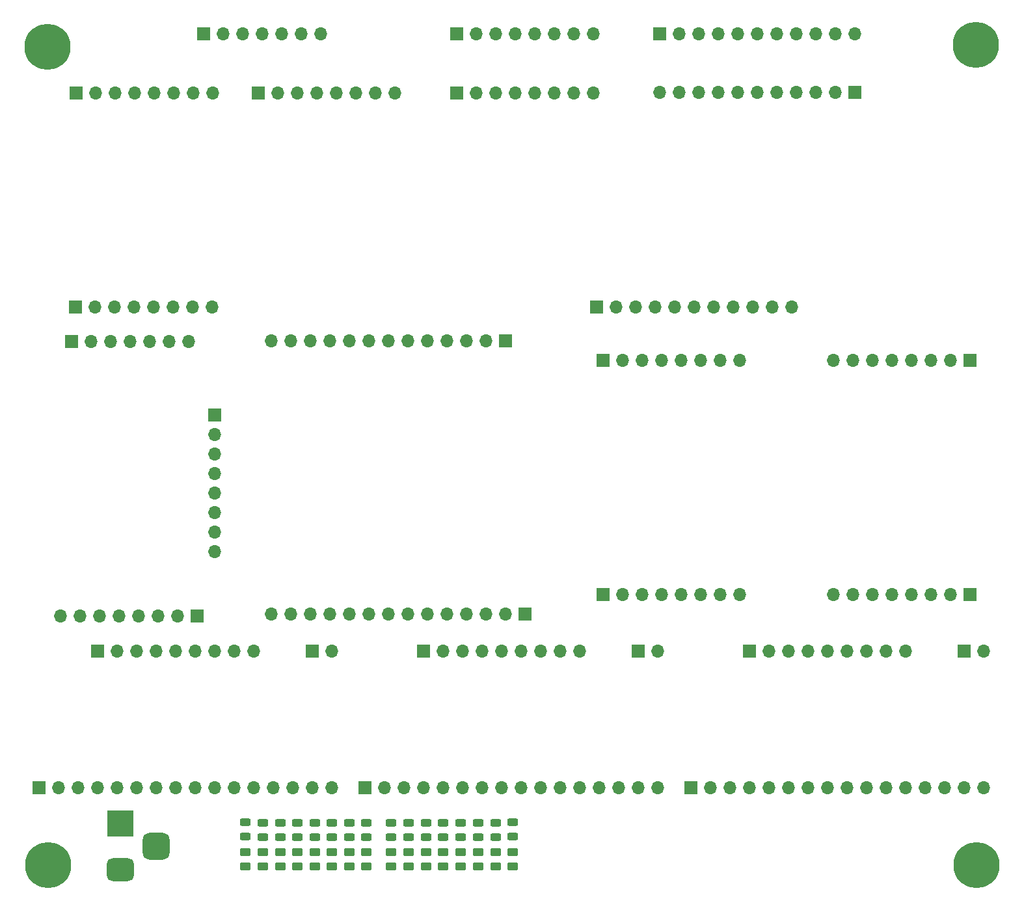
<source format=gbr>
%TF.GenerationSoftware,KiCad,Pcbnew,(6.0.0-0)*%
%TF.CreationDate,2022-01-17T16:58:41-05:00*%
%TF.ProjectId,ALU-Backplane,414c552d-4261-4636-9b70-6c616e652e6b,rev?*%
%TF.SameCoordinates,Original*%
%TF.FileFunction,Soldermask,Top*%
%TF.FilePolarity,Negative*%
%FSLAX46Y46*%
G04 Gerber Fmt 4.6, Leading zero omitted, Abs format (unit mm)*
G04 Created by KiCad (PCBNEW (6.0.0-0)) date 2022-01-17 16:58:41*
%MOMM*%
%LPD*%
G01*
G04 APERTURE LIST*
G04 Aperture macros list*
%AMRoundRect*
0 Rectangle with rounded corners*
0 $1 Rounding radius*
0 $2 $3 $4 $5 $6 $7 $8 $9 X,Y pos of 4 corners*
0 Add a 4 corners polygon primitive as box body*
4,1,4,$2,$3,$4,$5,$6,$7,$8,$9,$2,$3,0*
0 Add four circle primitives for the rounded corners*
1,1,$1+$1,$2,$3*
1,1,$1+$1,$4,$5*
1,1,$1+$1,$6,$7*
1,1,$1+$1,$8,$9*
0 Add four rect primitives between the rounded corners*
20,1,$1+$1,$2,$3,$4,$5,0*
20,1,$1+$1,$4,$5,$6,$7,0*
20,1,$1+$1,$6,$7,$8,$9,0*
20,1,$1+$1,$8,$9,$2,$3,0*%
G04 Aperture macros list end*
%ADD10RoundRect,0.250000X-0.450000X0.262500X-0.450000X-0.262500X0.450000X-0.262500X0.450000X0.262500X0*%
%ADD11RoundRect,0.243750X0.456250X-0.243750X0.456250X0.243750X-0.456250X0.243750X-0.456250X-0.243750X0*%
%ADD12R,3.500000X3.500000*%
%ADD13RoundRect,0.750000X1.000000X-0.750000X1.000000X0.750000X-1.000000X0.750000X-1.000000X-0.750000X0*%
%ADD14RoundRect,0.875000X0.875000X-0.875000X0.875000X0.875000X-0.875000X0.875000X-0.875000X-0.875000X0*%
%ADD15O,1.700000X1.700000*%
%ADD16R,1.700000X1.700000*%
%ADD17C,0.800000*%
%ADD18C,6.000000*%
G04 APERTURE END LIST*
D10*
%TO.C,R16*%
X131925000Y-140962500D03*
X131925000Y-142787500D03*
%TD*%
%TO.C,R15*%
X134200000Y-140962500D03*
X134200000Y-142787500D03*
%TD*%
%TO.C,R14*%
X136450000Y-140962500D03*
X136450000Y-142787500D03*
%TD*%
%TO.C,R13*%
X138725000Y-140962500D03*
X138725000Y-142787500D03*
%TD*%
%TO.C,R12*%
X140975000Y-140962500D03*
X140975000Y-142787500D03*
%TD*%
%TO.C,R11*%
X143250000Y-140962500D03*
X143250000Y-142787500D03*
%TD*%
%TO.C,R10*%
X145500000Y-140962500D03*
X145500000Y-142787500D03*
%TD*%
%TO.C,R9*%
X147775000Y-140962500D03*
X147775000Y-142787500D03*
%TD*%
%TO.C,R8*%
X112975000Y-140937500D03*
X112975000Y-142762500D03*
%TD*%
%TO.C,R7*%
X115225000Y-140937500D03*
X115225000Y-142762500D03*
%TD*%
%TO.C,R6*%
X117475000Y-140950000D03*
X117475000Y-142775000D03*
%TD*%
%TO.C,R5*%
X119725000Y-140962500D03*
X119725000Y-142787500D03*
%TD*%
%TO.C,R4*%
X121975000Y-140962500D03*
X121975000Y-142787500D03*
%TD*%
%TO.C,R3*%
X124225000Y-140962500D03*
X124225000Y-142787500D03*
%TD*%
%TO.C,R2*%
X126475000Y-140962500D03*
X126475000Y-142787500D03*
%TD*%
D11*
%TO.C,D16*%
X131925000Y-138962500D03*
X131925000Y-137087500D03*
%TD*%
%TO.C,D15*%
X134189285Y-138962500D03*
X134189285Y-137087500D03*
%TD*%
%TO.C,D14*%
X136453570Y-137087500D03*
X136453570Y-138962500D03*
%TD*%
%TO.C,D13*%
X138717855Y-138962500D03*
X138717855Y-137087500D03*
%TD*%
%TO.C,D12*%
X140982140Y-138962500D03*
X140982140Y-137087500D03*
%TD*%
%TO.C,D11*%
X143246425Y-138962500D03*
X143246425Y-137087500D03*
%TD*%
%TO.C,D10*%
X145510710Y-138962500D03*
X145510710Y-137087500D03*
%TD*%
%TO.C,D9*%
X147775000Y-138937500D03*
X147775000Y-137062500D03*
%TD*%
%TO.C,D8*%
X112975000Y-138937500D03*
X112975000Y-137062500D03*
%TD*%
%TO.C,D7*%
X115225000Y-138962500D03*
X115225000Y-137087500D03*
%TD*%
%TO.C,D6*%
X117475000Y-138962500D03*
X117475000Y-137087500D03*
%TD*%
%TO.C,D5*%
X119725000Y-138962500D03*
X119725000Y-137087500D03*
%TD*%
%TO.C,D4*%
X121975000Y-138962500D03*
X121975000Y-137087500D03*
%TD*%
%TO.C,D3*%
X124225000Y-138962500D03*
X124225000Y-137087500D03*
%TD*%
%TO.C,D2*%
X126475000Y-138962500D03*
X126475000Y-137087500D03*
%TD*%
D10*
%TO.C,R1*%
X128725000Y-140962500D03*
X128725000Y-142787500D03*
%TD*%
D11*
%TO.C,D1*%
X128725000Y-138962500D03*
X128725000Y-137087500D03*
%TD*%
D12*
%TO.C,J28*%
X96650000Y-137200000D03*
D13*
X96650000Y-143200000D03*
D14*
X101350000Y-140200000D03*
%TD*%
D15*
%TO.C,J18*%
X122770000Y-34400000D03*
X120230000Y-34400000D03*
X117690000Y-34400000D03*
X115150000Y-34400000D03*
X112610000Y-34400000D03*
X110070000Y-34400000D03*
D16*
X107530000Y-34400000D03*
%TD*%
%TO.C,J21*%
X158654000Y-69984000D03*
D15*
X161194000Y-69984000D03*
X163734000Y-69984000D03*
X166274000Y-69984000D03*
X168814000Y-69984000D03*
X171354000Y-69984000D03*
X173894000Y-69984000D03*
X176434000Y-69984000D03*
X178974000Y-69984000D03*
X181514000Y-69984000D03*
X184054000Y-69984000D03*
%TD*%
D16*
%TO.C,J27*%
X140420000Y-34400000D03*
D15*
X142960000Y-34400000D03*
X145500000Y-34400000D03*
X148040000Y-34400000D03*
X150580000Y-34400000D03*
X153120000Y-34400000D03*
X155660000Y-34400000D03*
X158200000Y-34400000D03*
%TD*%
D16*
%TO.C,J26*%
X166850000Y-34450000D03*
D15*
X169390000Y-34450000D03*
X171930000Y-34450000D03*
X174470000Y-34450000D03*
X177010000Y-34450000D03*
X179550000Y-34450000D03*
X182090000Y-34450000D03*
X184630000Y-34450000D03*
X187170000Y-34450000D03*
X189710000Y-34450000D03*
X192250000Y-34450000D03*
%TD*%
D16*
%TO.C,J24*%
X90920000Y-42150000D03*
D15*
X93460000Y-42150000D03*
X96000000Y-42150000D03*
X98540000Y-42150000D03*
X101080000Y-42150000D03*
X103620000Y-42150000D03*
X106160000Y-42150000D03*
X108700000Y-42150000D03*
%TD*%
D16*
%TO.C,J25*%
X114670000Y-42150000D03*
D15*
X117210000Y-42150000D03*
X119750000Y-42150000D03*
X122290000Y-42150000D03*
X124830000Y-42150000D03*
X127370000Y-42150000D03*
X129910000Y-42150000D03*
X132450000Y-42150000D03*
%TD*%
%TO.C,J23*%
X108590000Y-70000000D03*
X106050000Y-70000000D03*
X103510000Y-70000000D03*
X100970000Y-70000000D03*
X98430000Y-70000000D03*
X95890000Y-70000000D03*
X93350000Y-70000000D03*
D16*
X90810000Y-70000000D03*
%TD*%
%TO.C,J22*%
X140425000Y-42114000D03*
D15*
X142965000Y-42114000D03*
X145505000Y-42114000D03*
X148045000Y-42114000D03*
X150585000Y-42114000D03*
X153125000Y-42114000D03*
X155665000Y-42114000D03*
X158205000Y-42114000D03*
%TD*%
D16*
%TO.C,J20*%
X192260000Y-42059000D03*
D15*
X189720000Y-42059000D03*
X187180000Y-42059000D03*
X184640000Y-42059000D03*
X182100000Y-42059000D03*
X179560000Y-42059000D03*
X177020000Y-42059000D03*
X174480000Y-42059000D03*
X171940000Y-42059000D03*
X169400000Y-42059000D03*
X166860000Y-42059000D03*
%TD*%
D16*
%TO.C,J3*%
X146812000Y-74422000D03*
D15*
X144272000Y-74422000D03*
X141732000Y-74422000D03*
X139192000Y-74422000D03*
X136652000Y-74422000D03*
X134112000Y-74422000D03*
X131572000Y-74422000D03*
X129032000Y-74422000D03*
X126492000Y-74422000D03*
X123952000Y-74422000D03*
X121412000Y-74422000D03*
X118872000Y-74422000D03*
X116332000Y-74422000D03*
%TD*%
D16*
%TO.C,J4*%
X149352000Y-109982000D03*
D15*
X146812000Y-109982000D03*
X144272000Y-109982000D03*
X141732000Y-109982000D03*
X139192000Y-109982000D03*
X136652000Y-109982000D03*
X134112000Y-109982000D03*
X131572000Y-109982000D03*
X129032000Y-109982000D03*
X126492000Y-109982000D03*
X123952000Y-109982000D03*
X121412000Y-109982000D03*
X118872000Y-109982000D03*
X116332000Y-109982000D03*
%TD*%
D16*
%TO.C,J5*%
X159512000Y-76962000D03*
D15*
X162052000Y-76962000D03*
X164592000Y-76962000D03*
X167132000Y-76962000D03*
X169672000Y-76962000D03*
X172212000Y-76962000D03*
X174752000Y-76962000D03*
X177292000Y-76962000D03*
%TD*%
D16*
%TO.C,J6*%
X207264000Y-76962000D03*
D15*
X204724000Y-76962000D03*
X202184000Y-76962000D03*
X199644000Y-76962000D03*
X197104000Y-76962000D03*
X194564000Y-76962000D03*
X192024000Y-76962000D03*
X189484000Y-76962000D03*
%TD*%
D16*
%TO.C,J7*%
X207264000Y-107442000D03*
D15*
X204724000Y-107442000D03*
X202184000Y-107442000D03*
X199644000Y-107442000D03*
X197104000Y-107442000D03*
X194564000Y-107442000D03*
X192024000Y-107442000D03*
X189484000Y-107442000D03*
%TD*%
D16*
%TO.C,J8*%
X159512000Y-107442000D03*
D15*
X162052000Y-107442000D03*
X164592000Y-107442000D03*
X167132000Y-107442000D03*
X169672000Y-107442000D03*
X172212000Y-107442000D03*
X174752000Y-107442000D03*
X177292000Y-107442000D03*
%TD*%
D16*
%TO.C,J9*%
X86106000Y-132588000D03*
D15*
X88646000Y-132588000D03*
X91186000Y-132588000D03*
X93726000Y-132588000D03*
X96266000Y-132588000D03*
X98806000Y-132588000D03*
X101346000Y-132588000D03*
X103886000Y-132588000D03*
X106426000Y-132588000D03*
X108966000Y-132588000D03*
X111506000Y-132588000D03*
X114046000Y-132588000D03*
X116586000Y-132588000D03*
X119126000Y-132588000D03*
X121666000Y-132588000D03*
X124206000Y-132588000D03*
%TD*%
D16*
%TO.C,J10*%
X93726000Y-114808000D03*
D15*
X96266000Y-114808000D03*
X98806000Y-114808000D03*
X101346000Y-114808000D03*
X103886000Y-114808000D03*
X106426000Y-114808000D03*
X108966000Y-114808000D03*
X111506000Y-114808000D03*
X114046000Y-114808000D03*
%TD*%
D16*
%TO.C,J11*%
X121666000Y-114808000D03*
D15*
X124206000Y-114808000D03*
%TD*%
D16*
%TO.C,J12*%
X128524000Y-132588000D03*
D15*
X131064000Y-132588000D03*
X133604000Y-132588000D03*
X136144000Y-132588000D03*
X138684000Y-132588000D03*
X141224000Y-132588000D03*
X143764000Y-132588000D03*
X146304000Y-132588000D03*
X148844000Y-132588000D03*
X151384000Y-132588000D03*
X153924000Y-132588000D03*
X156464000Y-132588000D03*
X159004000Y-132588000D03*
X161544000Y-132588000D03*
X164084000Y-132588000D03*
X166624000Y-132588000D03*
%TD*%
D16*
%TO.C,J13*%
X136144000Y-114808000D03*
D15*
X138684000Y-114808000D03*
X141224000Y-114808000D03*
X143764000Y-114808000D03*
X146304000Y-114808000D03*
X148844000Y-114808000D03*
X151384000Y-114808000D03*
X153924000Y-114808000D03*
X156464000Y-114808000D03*
%TD*%
D16*
%TO.C,J14*%
X164084000Y-114808000D03*
D15*
X166624000Y-114808000D03*
%TD*%
D16*
%TO.C,J15*%
X170942000Y-132588000D03*
D15*
X173482000Y-132588000D03*
X176022000Y-132588000D03*
X178562000Y-132588000D03*
X181102000Y-132588000D03*
X183642000Y-132588000D03*
X186182000Y-132588000D03*
X188722000Y-132588000D03*
X191262000Y-132588000D03*
X193802000Y-132588000D03*
X196342000Y-132588000D03*
X198882000Y-132588000D03*
X201422000Y-132588000D03*
X203962000Y-132588000D03*
X206502000Y-132588000D03*
X209042000Y-132588000D03*
%TD*%
D16*
%TO.C,J16*%
X178562000Y-114808000D03*
D15*
X181102000Y-114808000D03*
X183642000Y-114808000D03*
X186182000Y-114808000D03*
X188722000Y-114808000D03*
X191262000Y-114808000D03*
X193802000Y-114808000D03*
X196342000Y-114808000D03*
X198882000Y-114808000D03*
%TD*%
D16*
%TO.C,J17*%
X206502000Y-114808000D03*
D15*
X209042000Y-114808000D03*
%TD*%
D17*
%TO.C,REF\u002A\u002A*%
X87200000Y-38400000D03*
D18*
X87200000Y-36150000D03*
D17*
X84950000Y-36150000D03*
X87200000Y-33900000D03*
X88790990Y-34559010D03*
X85609010Y-34559010D03*
X85609010Y-37740990D03*
X88790990Y-37740990D03*
X89450000Y-36150000D03*
%TD*%
%TO.C,REF\u002A\u002A*%
X88840990Y-144240990D03*
X87250000Y-140400000D03*
X87250000Y-144900000D03*
X89500000Y-142650000D03*
X85659010Y-144240990D03*
X88840990Y-141059010D03*
D18*
X87250000Y-142650000D03*
D17*
X85000000Y-142650000D03*
X85659010Y-141059010D03*
%TD*%
%TO.C,REF\u002A\u002A*%
X205900000Y-142650000D03*
X209740990Y-144240990D03*
D18*
X208150000Y-142650000D03*
D17*
X206559010Y-144240990D03*
X206559010Y-141059010D03*
X209740990Y-141059010D03*
X208150000Y-140400000D03*
X208150000Y-144900000D03*
X210400000Y-142650000D03*
%TD*%
%TO.C,REF\u002A\u002A*%
X206409010Y-37440990D03*
X210250000Y-35850000D03*
X206409010Y-34259010D03*
X205750000Y-35850000D03*
X209590990Y-34259010D03*
X208000000Y-33600000D03*
X209590990Y-37440990D03*
D18*
X208000000Y-35850000D03*
D17*
X208000000Y-38100000D03*
%TD*%
D16*
%TO.C,J2*%
X106700000Y-110200000D03*
D15*
X104160000Y-110200000D03*
X101620000Y-110200000D03*
X99080000Y-110200000D03*
X96540000Y-110200000D03*
X94000000Y-110200000D03*
X91460000Y-110200000D03*
X88920000Y-110200000D03*
%TD*%
D16*
%TO.C,J19*%
X90375000Y-74500000D03*
D15*
X92915000Y-74500000D03*
X95455000Y-74500000D03*
X97995000Y-74500000D03*
X100535000Y-74500000D03*
X103075000Y-74500000D03*
X105615000Y-74500000D03*
%TD*%
D16*
%TO.C,J1*%
X109000000Y-84070000D03*
D15*
X109000000Y-86610000D03*
X109000000Y-89150000D03*
X109000000Y-91690000D03*
X109000000Y-94230000D03*
X109000000Y-96770000D03*
X109000000Y-99310000D03*
X109000000Y-101850000D03*
%TD*%
M02*

</source>
